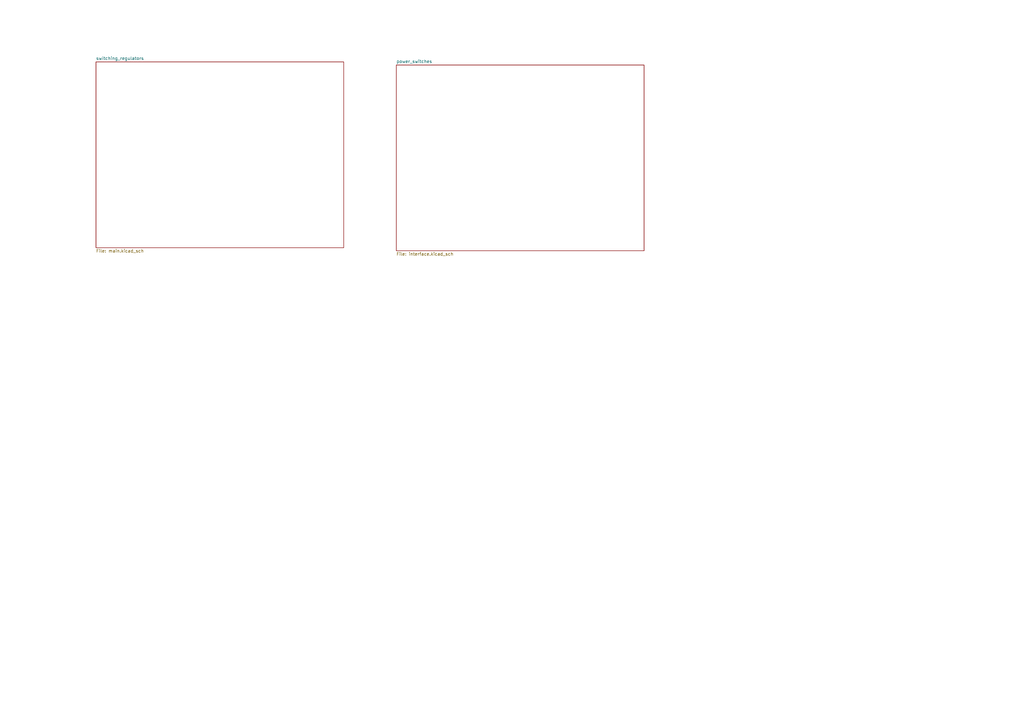
<source format=kicad_sch>
(kicad_sch (version 20211123) (generator eeschema)
  (paper "A3")
  (title_block (title "Low Temp. Power System") (date "Dec. 2022") (rev "1.1") (company "Arno Krenslehner") (comment 1 "LTPS") (comment 2 "schematic") (comment 3 "qualification  model") (comment 4 "en"))
  (lib_symbols)
  (sheet (at 162.56 26.67) (size 101.6 76.2) (stroke (width 0.1524))
    (property "Sheet name" "power_switches" (at 162.56 25.9584 0) (effects (justify left bottom)))
    (property "Sheet file" "interface.kicad_sch" (at 162.56 103.4546 0) (effects (justify left top)))
  )
  (sheet (at 39.37 25.4) (size 101.6 76.2) (stroke (width 0.1524))
    (property "Sheet name" "swítching_regulators" (at 39.37 24.6884 0) (effects (justify left bottom)))
    (property "Sheet file" "main.kicad_sch" (at 39.37 102.1846 0) (effects (justify left top)))
  )
)
</source>
